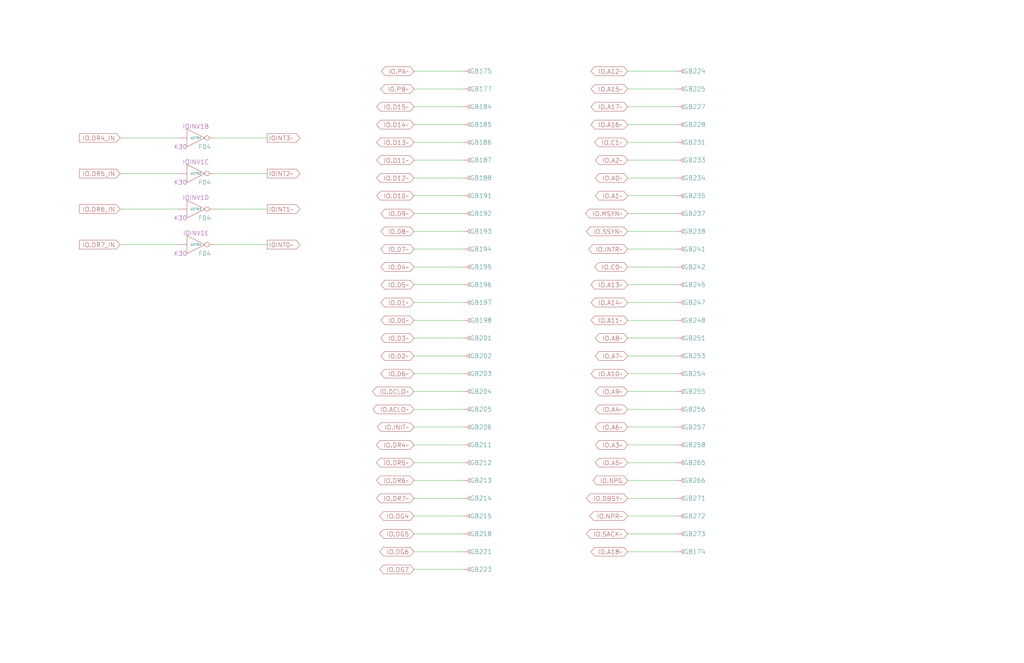
<source format=kicad_sch>
(kicad_sch (version 20250114) (generator "eeschema") (generator_version "9.0")
  (paper "User" 584.2 378.46)
  (title_block (title "IO BUS\\nUNIBUS TERMINATORS") (date "22-SEP-90") (rev "2.0") (comment 1 "IOC") (comment 2 "232-003061") (comment 3 "S400") (comment 4 "RELEASED"))
  (lib_symbols
    (symbol "r1000:F04" (pin_numbers (hide yes)) (pin_names (hide yes))
      (property "Reference" "U" (at 0 0 0))
      (property "Value" "F04" (at 1.27 -5.08 0))
      (property "Location" "___" (at -12.7 -5.08 0))
      (property "Name" "______" (at 0 5.08 0))
      (symbol "F04_0_1"
        (polyline (pts (xy -7.62 0) (xy -5.08 0)) (stroke (width 0.1524)))
        (polyline (pts (xy -5.08 5.08) (xy -5.08 -5.08)) (stroke (width 0.1524)))
        (polyline (pts (xy 5.08 0) (xy -5.08 5.08)) (stroke (width 0.1524)))
        (polyline (pts (xy 5.08 0) (xy -5.08 -5.08)) (stroke (width 0.1524)))
        (circle (center 6.35 0) (radius 1.27) (stroke (width 0.1524)))
      )
      (symbol "F04_1_1"
        (pin input line (at -10.16 0 0) (length 2.54) (name "D0") (number "1"))
        (pin output line (at 10.16 0 180) (length 2.54) (name "Q") (number "2"))
      )
    )
    (symbol "r1000:GB" (pin_numbers (hide yes)) (pin_names (offset 0) (hide yes))
      (property "Reference" "GB" (at 3.81 0 0))
      (symbol "GB_0_1"
        (polyline (pts (xy 2.54 0) (xy 3.81 1.27) (xy 3.81 -1.27) (xy 2.54 0)) (stroke (width 0.1524)))
      )
      (symbol "GB_1_1"
        (pin bidirectional line (at 0 0 0) (length 2.54) (name "") (number "1"))
      )
    )
  )
  (wire (pts (xy 236.22 233.68) (xy 264.16 233.68)))
  (wire (pts (xy 358.14 162.56) (xy 386.08 162.56)))
  (wire (pts (xy 121.92 139.7) (xy 152.4 139.7)))
  (wire (pts (xy 358.14 213.36) (xy 386.08 213.36)))
  (wire (pts (xy 358.14 152.4) (xy 386.08 152.4)))
  (wire (pts (xy 236.22 172.72) (xy 264.16 172.72)))
  (wire (pts (xy 236.22 91.44) (xy 264.16 91.44)))
  (wire (pts (xy 358.14 223.52) (xy 386.08 223.52)))
  (wire (pts (xy 236.22 274.32) (xy 264.16 274.32)))
  (wire (pts (xy 358.14 203.2) (xy 386.08 203.2)))
  (wire (pts (xy 358.14 284.48) (xy 386.08 284.48)))
  (wire (pts (xy 358.14 60.96) (xy 386.08 60.96)))
  (wire (pts (xy 236.22 254) (xy 264.16 254)))
  (wire (pts (xy 358.14 121.92) (xy 386.08 121.92)))
  (wire (pts (xy 236.22 50.8) (xy 264.16 50.8)))
  (wire (pts (xy 358.14 193.04) (xy 386.08 193.04)))
  (wire (pts (xy 121.92 99.06) (xy 152.4 99.06)))
  (wire (pts (xy 236.22 264.16) (xy 264.16 264.16)))
  (wire (pts (xy 121.92 78.74) (xy 152.4 78.74)))
  (wire (pts (xy 358.14 132.08) (xy 386.08 132.08)))
  (wire (pts (xy 358.14 91.44) (xy 386.08 91.44)))
  (wire (pts (xy 236.22 40.64) (xy 264.16 40.64)))
  (wire (pts (xy 358.14 182.88) (xy 386.08 182.88)))
  (wire (pts (xy 236.22 314.96) (xy 264.16 314.96)))
  (wire (pts (xy 236.22 182.88) (xy 264.16 182.88)))
  (wire (pts (xy 358.14 111.76) (xy 386.08 111.76)))
  (wire (pts (xy 236.22 132.08) (xy 264.16 132.08)))
  (wire (pts (xy 358.14 101.6) (xy 386.08 101.6)))
  (wire (pts (xy 68.58 99.06) (xy 101.6 99.06)))
  (wire (pts (xy 358.14 172.72) (xy 386.08 172.72)))
  (wire (pts (xy 236.22 71.12) (xy 264.16 71.12)))
  (wire (pts (xy 236.22 213.36) (xy 264.16 213.36)))
  (wire (pts (xy 236.22 294.64) (xy 264.16 294.64)))
  (wire (pts (xy 236.22 111.76) (xy 264.16 111.76)))
  (wire (pts (xy 358.14 243.84) (xy 386.08 243.84)))
  (wire (pts (xy 358.14 71.12) (xy 386.08 71.12)))
  (wire (pts (xy 68.58 119.38) (xy 101.6 119.38)))
  (wire (pts (xy 358.14 274.32) (xy 386.08 274.32)))
  (wire (pts (xy 358.14 304.8) (xy 386.08 304.8)))
  (wire (pts (xy 236.22 243.84) (xy 264.16 243.84)))
  (wire (pts (xy 358.14 294.64) (xy 386.08 294.64)))
  (wire (pts (xy 358.14 314.96) (xy 386.08 314.96)))
  (wire (pts (xy 236.22 142.24) (xy 264.16 142.24)))
  (wire (pts (xy 236.22 101.6) (xy 264.16 101.6)))
  (wire (pts (xy 236.22 81.28) (xy 264.16 81.28)))
  (wire (pts (xy 236.22 60.96) (xy 264.16 60.96)))
  (wire (pts (xy 358.14 142.24) (xy 386.08 142.24)))
  (wire (pts (xy 358.14 40.64) (xy 386.08 40.64)))
  (wire (pts (xy 236.22 203.2) (xy 264.16 203.2)))
  (wire (pts (xy 236.22 162.56) (xy 264.16 162.56)))
  (wire (pts (xy 358.14 81.28) (xy 386.08 81.28)))
  (wire (pts (xy 358.14 254) (xy 386.08 254)))
  (wire (pts (xy 68.58 78.74) (xy 101.6 78.74)))
  (wire (pts (xy 236.22 304.8) (xy 264.16 304.8)))
  (wire (pts (xy 358.14 264.16) (xy 386.08 264.16)))
  (wire (pts (xy 358.14 50.8) (xy 386.08 50.8)))
  (wire (pts (xy 236.22 121.92) (xy 264.16 121.92)))
  (wire (pts (xy 236.22 152.4) (xy 264.16 152.4)))
  (wire (pts (xy 121.92 119.38) (xy 152.4 119.38)))
  (wire (pts (xy 236.22 223.52) (xy 264.16 223.52)))
  (wire (pts (xy 68.58 139.7) (xy 101.6 139.7)))
  (wire (pts (xy 236.22 284.48) (xy 264.16 284.48)))
  (wire (pts (xy 236.22 325.12) (xy 264.16 325.12)))
  (wire (pts (xy 358.14 233.68) (xy 386.08 233.68)))
  (wire (pts (xy 236.22 193.04) (xy 264.16 193.04)))
  (global_label "IO.DR5_IN" (shape input) (at 68.58 99.06 180) (effects (font (size 2.54 2.54))) (property "Intersheetrefs" "${INTERSHEET_REFS}" (at 44.9882 98.9013 0) (effects (font (size 1.905 1.905)) (justify right))))
  (global_label "IO.A16~" (shape bidirectional) (at 358.14 71.12 180) (effects (font (size 2.54 2.54))) (property "Intersheetrefs" "${INTERSHEET_REFS}" (at 339.0235 70.9613 0) (effects (font (size 1.905 1.905)) (justify right))))
  (global_label "IO.A8~" (shape bidirectional) (at 358.14 193.04 180) (effects (font (size 2.54 2.54))) (property "Intersheetrefs" "${INTERSHEET_REFS}" (at 341.4425 192.8813 0) (effects (font (size 1.905 1.905)) (justify right))))
  (global_label "IO.DR4_IN" (shape input) (at 68.58 78.74 180) (effects (font (size 2.54 2.54))) (property "Intersheetrefs" "${INTERSHEET_REFS}" (at 44.9882 78.5813 0) (effects (font (size 1.905 1.905)) (justify right))))
  (global_label "IOINT3~" (shape output) (at 152.4 78.74 0) (effects (font (size 2.54 2.54))) (property "Intersheetrefs" "${INTERSHEET_REFS}" (at 171.5165 78.5813 0) (effects (font (size 1.905 1.905)) (justify left))))
  (global_label "IO.A13~" (shape bidirectional) (at 358.14 162.56 180) (effects (font (size 2.54 2.54))) (property "Intersheetrefs" "${INTERSHEET_REFS}" (at 339.0235 162.4013 0) (effects (font (size 1.905 1.905)) (justify right))))
  (global_label "IO.A1~" (shape bidirectional) (at 358.14 111.76 180) (effects (font (size 2.54 2.54))) (property "Intersheetrefs" "${INTERSHEET_REFS}" (at 341.4425 111.6013 0) (effects (font (size 1.905 1.905)) (justify right))))
  (global_label "IO.MSYN~" (shape bidirectional) (at 358.14 121.92 180) (effects (font (size 2.54 2.54))) (property "Intersheetrefs" "${INTERSHEET_REFS}" (at 335.8787 121.7613 0) (effects (font (size 1.905 1.905)) (justify right))))
  (global_label "IO.INIT~" (shape bidirectional) (at 236.22 243.84 180) (effects (font (size 2.54 2.54))) (property "Intersheetrefs" "${INTERSHEET_REFS}" (at 217.1035 243.6813 0) (effects (font (size 1.905 1.905)) (justify right))))
  (global_label "IO.A10~" (shape bidirectional) (at 358.14 213.36 180) (effects (font (size 2.54 2.54))) (property "Intersheetrefs" "${INTERSHEET_REFS}" (at 339.0235 213.2013 0) (effects (font (size 1.905 1.905)) (justify right))))
  (global_label "IO.PA~" (shape bidirectional) (at 236.22 40.64 180) (effects (font (size 2.54 2.54))) (property "Intersheetrefs" "${INTERSHEET_REFS}" (at 219.4016 40.4813 0) (effects (font (size 1.905 1.905)) (justify right))))
  (global_label "IO.A7~" (shape bidirectional) (at 358.14 203.2 180) (effects (font (size 2.54 2.54))) (property "Intersheetrefs" "${INTERSHEET_REFS}" (at 341.4425 203.0413 0) (effects (font (size 1.905 1.905)) (justify right))))
  (global_label "IO.DG4" (shape bidirectional) (at 236.22 294.64 180) (effects (font (size 2.54 2.54))) (property "Intersheetrefs" "${INTERSHEET_REFS}" (at 218.434 294.4813 0) (effects (font (size 1.905 1.905)) (justify right))))
  (global_label "IO.DR6_IN" (shape input) (at 68.58 119.38 180) (effects (font (size 2.54 2.54))) (property "Intersheetrefs" "${INTERSHEET_REFS}" (at 44.9882 119.2213 0) (effects (font (size 1.905 1.905)) (justify right))))
  (global_label "IO.D0~" (shape bidirectional) (at 236.22 182.88 180) (effects (font (size 2.54 2.54))) (property "Intersheetrefs" "${INTERSHEET_REFS}" (at 219.1597 182.7213 0) (effects (font (size 1.905 1.905)) (justify right))))
  (global_label "IO.D13~" (shape bidirectional) (at 236.22 81.28 180) (effects (font (size 2.54 2.54))) (property "Intersheetrefs" "${INTERSHEET_REFS}" (at 216.7406 81.1213 0) (effects (font (size 1.905 1.905)) (justify right))))
  (global_label "IO.SACK~" (shape bidirectional) (at 358.14 304.8 180) (effects (font (size 2.54 2.54))) (property "Intersheetrefs" "${INTERSHEET_REFS}" (at 336.3625 304.6413 0) (effects (font (size 1.905 1.905)) (justify right))))
  (global_label "IO.A2~" (shape bidirectional) (at 358.14 91.44 180) (effects (font (size 2.54 2.54))) (property "Intersheetrefs" "${INTERSHEET_REFS}" (at 341.4425 91.2813 0) (effects (font (size 1.905 1.905)) (justify right))))
  (global_label "IO.D10~" (shape bidirectional) (at 236.22 111.76 180) (effects (font (size 2.54 2.54))) (property "Intersheetrefs" "${INTERSHEET_REFS}" (at 216.7406 111.6013 0) (effects (font (size 1.905 1.905)) (justify right))))
  (global_label "IO.DR7~" (shape bidirectional) (at 236.22 284.48 180) (effects (font (size 2.54 2.54))) (property "Intersheetrefs" "${INTERSHEET_REFS}" (at 216.6197 284.3213 0) (effects (font (size 1.905 1.905)) (justify right))))
  (global_label "IO.A15~" (shape bidirectional) (at 358.14 50.8 180) (effects (font (size 2.54 2.54))) (property "Intersheetrefs" "${INTERSHEET_REFS}" (at 339.0235 50.6413 0) (effects (font (size 1.905 1.905)) (justify right))))
  (global_label "IO.ACLO~" (shape bidirectional) (at 236.22 233.68 180) (effects (font (size 2.54 2.54))) (property "Intersheetrefs" "${INTERSHEET_REFS}" (at 214.6844 233.5213 0) (effects (font (size 1.905 1.905)) (justify right))))
  (global_label "IO.DR5~" (shape bidirectional) (at 236.22 264.16 180) (effects (font (size 2.54 2.54))) (property "Intersheetrefs" "${INTERSHEET_REFS}" (at 216.6197 264.0013 0) (effects (font (size 1.905 1.905)) (justify right))))
  (global_label "IOINT0~" (shape output) (at 152.4 139.7 0) (effects (font (size 2.54 2.54))) (property "Intersheetrefs" "${INTERSHEET_REFS}" (at 171.5165 139.5413 0) (effects (font (size 1.905 1.905)) (justify left))))
  (global_label "IO.A17~" (shape bidirectional) (at 358.14 60.96 180) (effects (font (size 2.54 2.54))) (property "Intersheetrefs" "${INTERSHEET_REFS}" (at 339.0235 60.8013 0) (effects (font (size 1.905 1.905)) (justify right))))
  (global_label "IOINT2~" (shape output) (at 152.4 99.06 0) (effects (font (size 2.54 2.54))) (property "Intersheetrefs" "${INTERSHEET_REFS}" (at 171.5165 98.9013 0) (effects (font (size 1.905 1.905)) (justify left))))
  (global_label "IO.A11~" (shape bidirectional) (at 358.14 182.88 180) (effects (font (size 2.54 2.54))) (property "Intersheetrefs" "${INTERSHEET_REFS}" (at 339.0235 182.7213 0) (effects (font (size 1.905 1.905)) (justify right))))
  (global_label "IO.A12~" (shape bidirectional) (at 358.14 40.64 180) (effects (font (size 2.54 2.54))) (property "Intersheetrefs" "${INTERSHEET_REFS}" (at 339.0235 40.4813 0) (effects (font (size 1.905 1.905)) (justify right))))
  (global_label "IO.A5~" (shape bidirectional) (at 358.14 264.16 180) (effects (font (size 2.54 2.54))) (property "Intersheetrefs" "${INTERSHEET_REFS}" (at 341.4425 264.0013 0) (effects (font (size 1.905 1.905)) (justify right))))
  (global_label "IO.D2~" (shape bidirectional) (at 236.22 203.2 180) (effects (font (size 2.54 2.54))) (property "Intersheetrefs" "${INTERSHEET_REFS}" (at 219.1597 203.0413 0) (effects (font (size 1.905 1.905)) (justify right))))
  (global_label "IO.D7~" (shape bidirectional) (at 236.22 142.24 180) (effects (font (size 2.54 2.54))) (property "Intersheetrefs" "${INTERSHEET_REFS}" (at 219.1597 142.0813 0) (effects (font (size 1.905 1.905)) (justify right))))
  (global_label "IO.A18~" (shape bidirectional) (at 358.14 314.96 180) (effects (font (size 2.54 2.54))) (property "Intersheetrefs" "${INTERSHEET_REFS}" (at 339.0235 314.8013 0) (effects (font (size 1.905 1.905)) (justify right))))
  (global_label "IOINT1~" (shape output) (at 152.4 119.38 0) (effects (font (size 2.54 2.54))) (property "Intersheetrefs" "${INTERSHEET_REFS}" (at 171.5165 119.2213 0) (effects (font (size 1.905 1.905)) (justify left))))
  (global_label "IO.DR7_IN" (shape input) (at 68.58 139.7 180) (effects (font (size 2.54 2.54))) (property "Intersheetrefs" "${INTERSHEET_REFS}" (at 44.9882 139.5413 0) (effects (font (size 1.905 1.905)) (justify right))))
  (global_label "IO.D5~" (shape bidirectional) (at 236.22 162.56 180) (effects (font (size 2.54 2.54))) (property "Intersheetrefs" "${INTERSHEET_REFS}" (at 219.1597 162.4013 0) (effects (font (size 1.905 1.905)) (justify right))))
  (global_label "IO.D12~" (shape bidirectional) (at 236.22 101.6 180) (effects (font (size 2.54 2.54))) (property "Intersheetrefs" "${INTERSHEET_REFS}" (at 216.7406 101.4413 0) (effects (font (size 1.905 1.905)) (justify right))))
  (global_label "IO.DG7" (shape bidirectional) (at 236.22 325.12 180) (effects (font (size 2.54 2.54))) (property "Intersheetrefs" "${INTERSHEET_REFS}" (at 218.434 324.9613 0) (effects (font (size 1.905 1.905)) (justify right))))
  (global_label "IO.C1~" (shape bidirectional) (at 358.14 81.28 180) (effects (font (size 2.54 2.54))) (property "Intersheetrefs" "${INTERSHEET_REFS}" (at 341.0797 81.1213 0) (effects (font (size 1.905 1.905)) (justify right))))
  (global_label "IO.PB~" (shape bidirectional) (at 236.22 50.8 180) (effects (font (size 2.54 2.54))) (property "Intersheetrefs" "${INTERSHEET_REFS}" (at 219.0387 50.6413 0) (effects (font (size 1.905 1.905)) (justify right))))
  (global_label "IO.INTR~" (shape bidirectional) (at 358.14 142.24 180) (effects (font (size 2.54 2.54))) (property "Intersheetrefs" "${INTERSHEET_REFS}" (at 337.693 142.0813 0) (effects (font (size 1.905 1.905)) (justify right))))
  (global_label "IO.DG5" (shape bidirectional) (at 236.22 304.8 180) (effects (font (size 2.54 2.54))) (property "Intersheetrefs" "${INTERSHEET_REFS}" (at 218.434 304.6413 0) (effects (font (size 1.905 1.905)) (justify right))))
  (global_label "IO.DCLO~" (shape bidirectional) (at 236.22 223.52 180) (effects (font (size 2.54 2.54))) (property "Intersheetrefs" "${INTERSHEET_REFS}" (at 214.3216 223.3613 0) (effects (font (size 1.905 1.905)) (justify right))))
  (global_label "IO.D6~" (shape bidirectional) (at 236.22 213.36 180) (effects (font (size 2.54 2.54))) (property "Intersheetrefs" "${INTERSHEET_REFS}" (at 219.1597 213.2013 0) (effects (font (size 1.905 1.905)) (justify right))))
  (global_label "IO.D14~" (shape bidirectional) (at 236.22 71.12 180) (effects (font (size 2.54 2.54))) (property "Intersheetrefs" "${INTERSHEET_REFS}" (at 216.7406 70.9613 0) (effects (font (size 1.905 1.905)) (justify right))))
  (global_label "IO.A0~" (shape bidirectional) (at 358.14 101.6 180) (effects (font (size 2.54 2.54))) (property "Intersheetrefs" "${INTERSHEET_REFS}" (at 341.4425 101.4413 0) (effects (font (size 1.905 1.905)) (justify right))))
  (global_label "IO.D11~" (shape bidirectional) (at 236.22 91.44 180) (effects (font (size 2.54 2.54))) (property "Intersheetrefs" "${INTERSHEET_REFS}" (at 216.7406 91.2813 0) (effects (font (size 1.905 1.905)) (justify right))))
  (global_label "IO.DR6~" (shape bidirectional) (at 236.22 274.32 180) (effects (font (size 2.54 2.54))) (property "Intersheetrefs" "${INTERSHEET_REFS}" (at 216.6197 274.1613 0) (effects (font (size 1.905 1.905)) (justify right))))
  (global_label "IO.SSYN~" (shape bidirectional) (at 358.14 132.08 180) (effects (font (size 2.54 2.54))) (property "Intersheetrefs" "${INTERSHEET_REFS}" (at 336.3625 131.9213 0) (effects (font (size 1.905 1.905)) (justify right))))
  (global_label "IO.C0~" (shape bidirectional) (at 358.14 152.4 180) (effects (font (size 2.54 2.54))) (property "Intersheetrefs" "${INTERSHEET_REFS}" (at 341.0797 152.2413 0) (effects (font (size 1.905 1.905)) (justify right))))
  (global_label "IO.A6~" (shape bidirectional) (at 358.14 243.84 180) (effects (font (size 2.54 2.54))) (property "Intersheetrefs" "${INTERSHEET_REFS}" (at 341.4425 243.6813 0) (effects (font (size 1.905 1.905)) (justify right))))
  (global_label "IO.D9~" (shape bidirectional) (at 236.22 121.92 180) (effects (font (size 2.54 2.54))) (property "Intersheetrefs" "${INTERSHEET_REFS}" (at 219.1597 121.7613 0) (effects (font (size 1.905 1.905)) (justify right))))
  (global_label "IO.D3~" (shape bidirectional) (at 236.22 193.04 180) (effects (font (size 2.54 2.54))) (property "Intersheetrefs" "${INTERSHEET_REFS}" (at 219.1597 192.8813 0) (effects (font (size 1.905 1.905)) (justify right))))
  (global_label "IO.A3~" (shape bidirectional) (at 358.14 254 180) (effects (font (size 2.54 2.54))) (property "Intersheetrefs" "${INTERSHEET_REFS}" (at 341.4425 253.8413 0) (effects (font (size 1.905 1.905)) (justify right))))
  (global_label "IO.DR4~" (shape bidirectional) (at 236.22 254 180) (effects (font (size 2.54 2.54))) (property "Intersheetrefs" "${INTERSHEET_REFS}" (at 216.6197 253.8413 0) (effects (font (size 1.905 1.905)) (justify right))))
  (global_label "IO.D15~" (shape bidirectional) (at 236.22 60.96 180) (effects (font (size 2.54 2.54))) (property "Intersheetrefs" "${INTERSHEET_REFS}" (at 216.7406 60.8013 0) (effects (font (size 1.905 1.905)) (justify right))))
  (global_label "IO.D8~" (shape bidirectional) (at 236.22 132.08 180) (effects (font (size 2.54 2.54))) (property "Intersheetrefs" "${INTERSHEET_REFS}" (at 219.1597 131.9213 0) (effects (font (size 1.905 1.905)) (justify right))))
  (global_label "IO.A4~" (shape bidirectional) (at 358.14 233.68 180) (effects (font (size 2.54 2.54))) (property "Intersheetrefs" "${INTERSHEET_REFS}" (at 341.4425 233.5213 0) (effects (font (size 1.905 1.905)) (justify right))))
  (global_label "IO.A9~" (shape bidirectional) (at 358.14 223.52 180) (effects (font (size 2.54 2.54))) (property "Intersheetrefs" "${INTERSHEET_REFS}" (at 341.4425 223.3613 0) (effects (font (size 1.905 1.905)) (justify right))))
  (global_label "IO.NPG" (shape bidirectional) (at 358.14 274.32 180) (effects (font (size 2.54 2.54))) (property "Intersheetrefs" "${INTERSHEET_REFS}" (at 340.112 274.1613 0) (effects (font (size 1.905 1.905)) (justify right))))
  (global_label "IO.D1~" (shape bidirectional) (at 236.22 172.72 180) (effects (font (size 2.54 2.54))) (property "Intersheetrefs" "${INTERSHEET_REFS}" (at 219.1597 172.5613 0) (effects (font (size 1.905 1.905)) (justify right))))
  (global_label "IO.NPR~" (shape bidirectional) (at 358.14 294.64 180) (effects (font (size 2.54 2.54))) (property "Intersheetrefs" "${INTERSHEET_REFS}" (at 338.2978 294.4813 0) (effects (font (size 1.905 1.905)) (justify right))))
  (global_label "IO.DBSY~" (shape bidirectional) (at 358.14 284.48 180) (effects (font (size 2.54 2.54))) (property "Intersheetrefs" "${INTERSHEET_REFS}" (at 336.3625 284.3213 0) (effects (font (size 1.905 1.905)) (justify right))))
  (global_label "IO.D4~" (shape bidirectional) (at 236.22 152.4 180) (effects (font (size 2.54 2.54))) (property "Intersheetrefs" "${INTERSHEET_REFS}" (at 219.1597 152.2413 0) (effects (font (size 1.905 1.905)) (justify right))))
  (global_label "IO.A14~" (shape bidirectional) (at 358.14 172.72 180) (effects (font (size 2.54 2.54))) (property "Intersheetrefs" "${INTERSHEET_REFS}" (at 339.0235 172.5613 0) (effects (font (size 1.905 1.905)) (justify right))))
  (global_label "IO.DG6" (shape bidirectional) (at 236.22 314.96 180) (effects (font (size 2.54 2.54))) (property "Intersheetrefs" "${INTERSHEET_REFS}" (at 218.434 314.8013 0) (effects (font (size 1.905 1.905)) (justify right))))
  (symbol (lib_id "r1000:GB") (at 264.16 284.48 0) (unit 1)
    (property "Reference" "GB214" (at 267.97 284.48 0) (effects (font (size 2.54 2.54)) (justify left)))
    (property "Value" "GB" (effects (hide yes)))
  )
  (symbol (lib_id "r1000:GB") (at 386.08 91.44 0) (unit 1)
    (property "Reference" "GB233" (at 389.89 91.44 0) (effects (font (size 2.54 2.54)) (justify left)))
    (property "Value" "GB" (effects (hide yes)))
  )
  (symbol (lib_id "r1000:GB") (at 386.08 101.6 0) (unit 1)
    (property "Reference" "GB234" (at 389.89 101.6 0) (effects (font (size 2.54 2.54)) (justify left)))
    (property "Value" "GB" (effects (hide yes)))
  )
  (symbol (lib_id "r1000:GB") (at 386.08 40.64 0) (unit 1)
    (property "Reference" "GB224" (at 389.89 40.64 0) (effects (font (size 2.54 2.54)) (justify left)))
    (property "Value" "GB" (effects (hide yes)))
  )
  (symbol (lib_id "r1000:GB") (at 386.08 314.96 0) (unit 1)
    (property "Reference" "GB174" (at 389.89 314.96 0) (effects (font (size 2.54 2.54)) (justify left)))
    (property "Value" "GB" (effects (hide yes)))
  )
  (symbol (lib_id "r1000:GB") (at 386.08 172.72 0) (unit 1)
    (property "Reference" "GB247" (at 389.89 172.72 0) (effects (font (size 2.54 2.54)) (justify left)))
    (property "Value" "GB" (effects (hide yes)))
  )
  (symbol (lib_id "r1000:GB") (at 386.08 152.4 0) (unit 1)
    (property "Reference" "GB242" (at 389.89 152.4 0) (effects (font (size 2.54 2.54)) (justify left)))
    (property "Value" "GB" (effects (hide yes)))
  )
  (symbol (lib_id "r1000:GB") (at 264.16 314.96 0) (unit 1)
    (property "Reference" "GB221" (at 267.97 314.96 0) (effects (font (size 2.54 2.54)) (justify left)))
    (property "Value" "GB" (effects (hide yes)))
  )
  (symbol (lib_id "r1000:GB") (at 264.16 172.72 0) (unit 1)
    (property "Reference" "GB197" (at 267.97 172.72 0) (effects (font (size 2.54 2.54)) (justify left)))
    (property "Value" "GB" (effects (hide yes)))
  )
  (symbol (lib_id "r1000:GB") (at 264.16 101.6 0) (unit 1)
    (property "Reference" "GB188" (at 267.97 101.6 0) (effects (font (size 2.54 2.54)) (justify left)))
    (property "Value" "GB" (effects (hide yes)))
  )
  (symbol (lib_id "r1000:GB") (at 264.16 60.96 0) (unit 1)
    (property "Reference" "GB184" (at 267.97 60.96 0) (effects (font (size 2.54 2.54)) (justify left)))
    (property "Value" "GB" (effects (hide yes)))
  )
  (symbol (lib_id "r1000:F04") (at 111.76 139.7 0) (unit 1)
    (property "Reference" "U2704" (at 111.76 139.7 0))
    (property "Value" "F04" (at 113.03 144.78 0) (effects (font (size 2.54 2.54)) (justify left)))
    (property "Location" "K30" (at 99.06 144.78 0) (effects (font (size 2.54 2.54)) (justify left)))
    (property "Name" "IOINV1E" (at 111.76 134.62 0) (effects (font (size 2.54 2.54)) (justify bottom)))
  )
  (symbol (lib_id "r1000:GB") (at 264.16 152.4 0) (unit 1)
    (property "Reference" "GB195" (at 267.97 152.4 0) (effects (font (size 2.54 2.54)) (justify left)))
    (property "Value" "GB" (effects (hide yes)))
  )
  (symbol (lib_id "r1000:F04") (at 111.76 99.06 0) (unit 1)
    (property "Reference" "U2702" (at 111.76 99.06 0))
    (property "Value" "F04" (at 113.03 104.14 0) (effects (font (size 2.54 2.54)) (justify left)))
    (property "Location" "K30" (at 99.06 104.14 0) (effects (font (size 2.54 2.54)) (justify left)))
    (property "Name" "IOINV1C" (at 111.76 93.98 0) (effects (font (size 2.54 2.54)) (justify bottom)))
  )
  (symbol (lib_id "r1000:GB") (at 386.08 264.16 0) (unit 1)
    (property "Reference" "GB265" (at 389.89 264.16 0) (effects (font (size 2.54 2.54)) (justify left)))
    (property "Value" "GB" (effects (hide yes)))
  )
  (symbol (lib_id "r1000:GB") (at 264.16 193.04 0) (unit 1)
    (property "Reference" "GB201" (at 267.97 193.04 0) (effects (font (size 2.54 2.54)) (justify left)))
    (property "Value" "GB" (effects (hide yes)))
  )
  (symbol (lib_id "r1000:GB") (at 386.08 81.28 0) (unit 1)
    (property "Reference" "GB231" (at 389.89 81.28 0) (effects (font (size 2.54 2.54)) (justify left)))
    (property "Value" "GB" (effects (hide yes)))
  )
  (symbol (lib_id "r1000:GB") (at 386.08 132.08 0) (unit 1)
    (property "Reference" "GB238" (at 389.89 132.08 0) (effects (font (size 2.54 2.54)) (justify left)))
    (property "Value" "GB" (effects (hide yes)))
  )
  (symbol (lib_id "r1000:GB") (at 264.16 233.68 0) (unit 1)
    (property "Reference" "GB205" (at 267.97 233.68 0) (effects (font (size 2.54 2.54)) (justify left)))
    (property "Value" "GB" (effects (hide yes)))
  )
  (symbol (lib_id "r1000:GB") (at 264.16 142.24 0) (unit 1)
    (property "Reference" "GB194" (at 267.97 142.24 0) (effects (font (size 2.54 2.54)) (justify left)))
    (property "Value" "GB" (effects (hide yes)))
  )
  (symbol (lib_id "r1000:GB") (at 264.16 132.08 0) (unit 1)
    (property "Reference" "GB193" (at 267.97 132.08 0) (effects (font (size 2.54 2.54)) (justify left)))
    (property "Value" "GB" (effects (hide yes)))
  )
  (symbol (lib_id "r1000:GB") (at 264.16 121.92 0) (unit 1)
    (property "Reference" "GB192" (at 267.97 121.92 0) (effects (font (size 2.54 2.54)) (justify left)))
    (property "Value" "GB" (effects (hide yes)))
  )
  (symbol (lib_id "r1000:GB") (at 386.08 203.2 0) (unit 1)
    (property "Reference" "GB253" (at 389.89 203.2 0) (effects (font (size 2.54 2.54)) (justify left)))
    (property "Value" "GB" (effects (hide yes)))
  )
  (symbol (lib_id "r1000:GB") (at 264.16 203.2 0) (unit 1)
    (property "Reference" "GB202" (at 267.97 203.2 0) (effects (font (size 2.54 2.54)) (justify left)))
    (property "Value" "GB" (effects (hide yes)))
  )
  (symbol (lib_id "r1000:GB") (at 264.16 50.8 0) (unit 1)
    (property "Reference" "GB177" (at 267.97 50.8 0) (effects (font (size 2.54 2.54)) (justify left)))
    (property "Value" "GB" (effects (hide yes)))
  )
  (symbol (lib_id "r1000:GB") (at 386.08 304.8 0) (unit 1)
    (property "Reference" "GB273" (at 389.89 304.8 0) (effects (font (size 2.54 2.54)) (justify left)))
    (property "Value" "GB" (effects (hide yes)))
  )
  (symbol (lib_id "r1000:GB") (at 264.16 304.8 0) (unit 1)
    (property "Reference" "GB218" (at 267.97 304.8 0) (effects (font (size 2.54 2.54)) (justify left)))
    (property "Value" "GB" (effects (hide yes)))
  )
  (symbol (lib_id "r1000:GB") (at 264.16 254 0) (unit 1)
    (property "Reference" "GB211" (at 267.97 254 0) (effects (font (size 2.54 2.54)) (justify left)))
    (property "Value" "GB" (effects (hide yes)))
  )
  (symbol (lib_id "r1000:GB") (at 386.08 243.84 0) (unit 1)
    (property "Reference" "GB257" (at 389.89 243.84 0) (effects (font (size 2.54 2.54)) (justify left)))
    (property "Value" "GB" (effects (hide yes)))
  )
  (symbol (lib_id "r1000:GB") (at 386.08 213.36 0) (unit 1)
    (property "Reference" "GB254" (at 389.89 213.36 0) (effects (font (size 2.54 2.54)) (justify left)))
    (property "Value" "GB" (effects (hide yes)))
  )
  (symbol (lib_id "r1000:GB") (at 264.16 71.12 0) (unit 1)
    (property "Reference" "GB185" (at 267.97 71.12 0) (effects (font (size 2.54 2.54)) (justify left)))
    (property "Value" "GB" (effects (hide yes)))
  )
  (symbol (lib_id "r1000:GB") (at 386.08 60.96 0) (unit 1)
    (property "Reference" "GB227" (at 389.89 60.96 0) (effects (font (size 2.54 2.54)) (justify left)))
    (property "Value" "GB" (effects (hide yes)))
  )
  (symbol (lib_id "r1000:GB") (at 264.16 274.32 0) (unit 1)
    (property "Reference" "GB213" (at 267.97 274.32 0) (effects (font (size 2.54 2.54)) (justify left)))
    (property "Value" "GB" (effects (hide yes)))
  )
  (symbol (lib_id "r1000:GB") (at 386.08 71.12 0) (unit 1)
    (property "Reference" "GB228" (at 389.89 71.12 0) (effects (font (size 2.54 2.54)) (justify left)))
    (property "Value" "GB" (effects (hide yes)))
  )
  (symbol (lib_id "r1000:GB") (at 386.08 121.92 0) (unit 1)
    (property "Reference" "GB237" (at 389.89 121.92 0) (effects (font (size 2.54 2.54)) (justify left)))
    (property "Value" "GB" (effects (hide yes)))
  )
  (symbol (lib_id "r1000:GB") (at 386.08 193.04 0) (unit 1)
    (property "Reference" "GB251" (at 389.89 193.04 0) (effects (font (size 2.54 2.54)) (justify left)))
    (property "Value" "GB" (effects (hide yes)))
  )
  (symbol (lib_id "r1000:GB") (at 264.16 264.16 0) (unit 1)
    (property "Reference" "GB212" (at 267.97 264.16 0) (effects (font (size 2.54 2.54)) (justify left)))
    (property "Value" "GB" (effects (hide yes)))
  )
  (symbol (lib_id "r1000:GB") (at 386.08 223.52 0) (unit 1)
    (property "Reference" "GB255" (at 389.89 223.52 0) (effects (font (size 2.54 2.54)) (justify left)))
    (property "Value" "GB" (effects (hide yes)))
  )
  (symbol (lib_id "r1000:GB") (at 264.16 40.64 0) (unit 1)
    (property "Reference" "GB175" (at 267.97 40.64 0) (effects (font (size 2.54 2.54)) (justify left)))
    (property "Value" "GB" (effects (hide yes)))
  )
  (symbol (lib_id "r1000:GB") (at 264.16 91.44 0) (unit 1)
    (property "Reference" "GB187" (at 267.97 91.44 0) (effects (font (size 2.54 2.54)) (justify left)))
    (property "Value" "GB" (effects (hide yes)))
  )
  (symbol (lib_id "r1000:GB") (at 264.16 223.52 0) (unit 1)
    (property "Reference" "GB204" (at 267.97 223.52 0) (effects (font (size 2.54 2.54)) (justify left)))
    (property "Value" "GB" (effects (hide yes)))
  )
  (symbol (lib_id "r1000:GB") (at 386.08 162.56 0) (unit 1)
    (property "Reference" "GB245" (at 389.89 162.56 0) (effects (font (size 2.54 2.54)) (justify left)))
    (property "Value" "GB" (effects (hide yes)))
  )
  (symbol (lib_id "r1000:GB") (at 386.08 274.32 0) (unit 1)
    (property "Reference" "GB266" (at 389.89 274.32 0) (effects (font (size 2.54 2.54)) (justify left)))
    (property "Value" "GB" (effects (hide yes)))
  )
  (symbol (lib_id "r1000:GB") (at 264.16 162.56 0) (unit 1)
    (property "Reference" "GB196" (at 267.97 162.56 0) (effects (font (size 2.54 2.54)) (justify left)))
    (property "Value" "GB" (effects (hide yes)))
  )
  (symbol (lib_id "r1000:GB") (at 264.16 81.28 0) (unit 1)
    (property "Reference" "GB186" (at 267.97 81.28 0) (effects (font (size 2.54 2.54)) (justify left)))
    (property "Value" "GB" (effects (hide yes)))
  )
  (symbol (lib_id "r1000:F04") (at 111.76 78.74 0) (unit 1)
    (property "Reference" "U2701" (at 111.76 78.74 0))
    (property "Value" "F04" (at 113.03 83.82 0) (effects (font (size 2.54 2.54)) (justify left)))
    (property "Location" "K30" (at 99.06 83.82 0) (effects (font (size 2.54 2.54)) (justify left)))
    (property "Name" "IOINV1B" (at 111.76 73.66 0) (effects (font (size 2.54 2.54)) (justify bottom)))
  )
  (symbol (lib_id "r1000:GB") (at 264.16 325.12 0) (unit 1)
    (property "Reference" "GB223" (at 267.97 325.12 0) (effects (font (size 2.54 2.54)) (justify left)))
    (property "Value" "GB" (effects (hide yes)))
  )
  (symbol (lib_id "r1000:GB") (at 386.08 142.24 0) (unit 1)
    (property "Reference" "GB241" (at 389.89 142.24 0) (effects (font (size 2.54 2.54)) (justify left)))
    (property "Value" "GB" (effects (hide yes)))
  )
  (symbol (lib_id "r1000:GB") (at 264.16 213.36 0) (unit 1)
    (property "Reference" "GB203" (at 267.97 213.36 0) (effects (font (size 2.54 2.54)) (justify left)))
    (property "Value" "GB" (effects (hide yes)))
  )
  (symbol (lib_id "r1000:GB") (at 386.08 50.8 0) (unit 1)
    (property "Reference" "GB225" (at 389.89 50.8 0) (effects (font (size 2.54 2.54)) (justify left)))
    (property "Value" "GB" (effects (hide yes)))
  )
  (symbol (lib_id "r1000:GB") (at 264.16 111.76 0) (unit 1)
    (property "Reference" "GB191" (at 267.97 111.76 0) (effects (font (size 2.54 2.54)) (justify left)))
    (property "Value" "GB" (effects (hide yes)))
  )
  (symbol (lib_id "r1000:GB") (at 264.16 243.84 0) (unit 1)
    (property "Reference" "GB206" (at 267.97 243.84 0) (effects (font (size 2.54 2.54)) (justify left)))
    (property "Value" "GB" (effects (hide yes)))
  )
  (symbol (lib_id "r1000:GB") (at 386.08 111.76 0) (unit 1)
    (property "Reference" "GB235" (at 389.89 111.76 0) (effects (font (size 2.54 2.54)) (justify left)))
    (property "Value" "GB" (effects (hide yes)))
  )
  (symbol (lib_id "r1000:GB") (at 386.08 284.48 0) (unit 1)
    (property "Reference" "GB271" (at 389.89 284.48 0) (effects (font (size 2.54 2.54)) (justify left)))
    (property "Value" "GB" (effects (hide yes)))
  )
  (symbol (lib_id "r1000:GB") (at 264.16 294.64 0) (unit 1)
    (property "Reference" "GB215" (at 267.97 294.64 0) (effects (font (size 2.54 2.54)) (justify left)))
    (property "Value" "GB" (effects (hide yes)))
  )
  (symbol (lib_id "r1000:GB") (at 386.08 254 0) (unit 1)
    (property "Reference" "GB258" (at 389.89 254 0) (effects (font (size 2.54 2.54)) (justify left)))
    (property "Value" "GB" (effects (hide yes)))
  )
  (symbol (lib_id "r1000:GB") (at 386.08 294.64 0) (unit 1)
    (property "Reference" "GB272" (at 389.89 294.64 0) (effects (font (size 2.54 2.54)) (justify left)))
    (property "Value" "GB" (effects (hide yes)))
  )
  (symbol (lib_id "r1000:F04") (at 111.76 119.38 0) (unit 1)
    (property "Reference" "U2703" (at 111.76 119.38 0))
    (property "Value" "F04" (at 113.03 124.46 0) (effects (font (size 2.54 2.54)) (justify left)))
    (property "Location" "K30" (at 99.06 124.46 0) (effects (font (size 2.54 2.54)) (justify left)))
    (property "Name" "IOINV1D" (at 111.76 114.3 0) (effects (font (size 2.54 2.54)) (justify bottom)))
  )
  (symbol (lib_id "r1000:GB") (at 386.08 233.68 0) (unit 1)
    (property "Reference" "GB256" (at 389.89 233.68 0) (effects (font (size 2.54 2.54)) (justify left)))
    (property "Value" "GB" (effects (hide yes)))
  )
  (symbol (lib_id "r1000:GB") (at 264.16 182.88 0) (unit 1)
    (property "Reference" "GB198" (at 267.97 182.88 0) (effects (font (size 2.54 2.54)) (justify left)))
    (property "Value" "GB" (effects (hide yes)))
  )
  (symbol (lib_id "r1000:GB") (at 386.08 182.88 0) (unit 1)
    (property "Reference" "GB248" (at 389.89 182.88 0) (effects (font (size 2.54 2.54)) (justify left)))
    (property "Value" "GB" (effects (hide yes)))
  )
)
</source>
